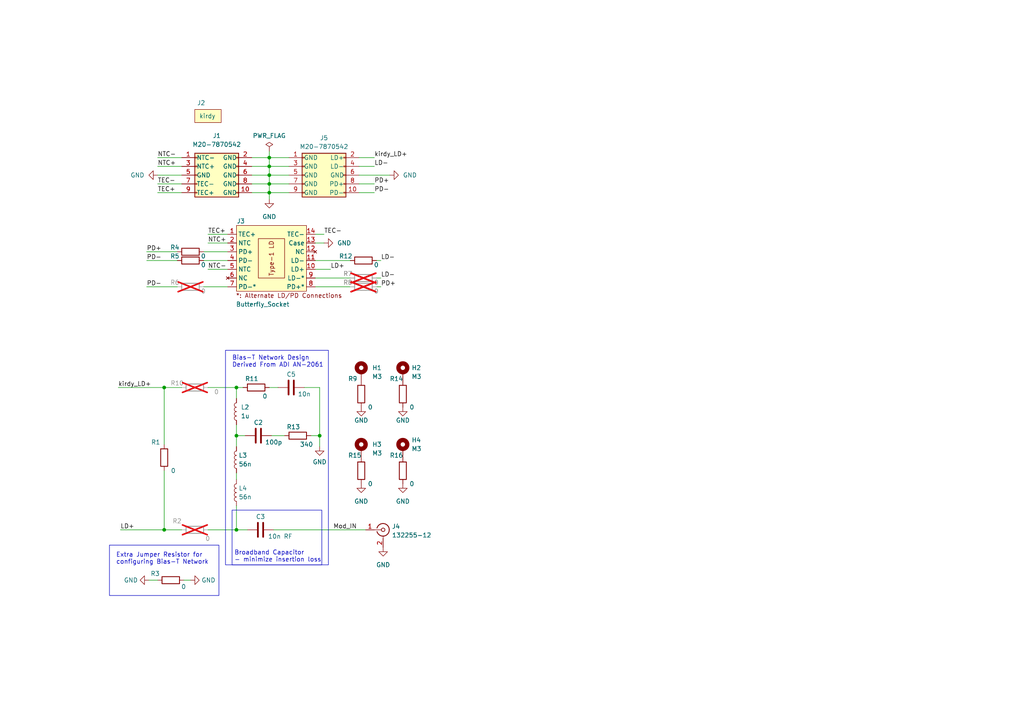
<source format=kicad_sch>
(kicad_sch (version 20230121) (generator eeschema)
  (paper "A4")
  (title_block (title "kirdy_adapter_type_1_LD") (date "2023-11-14") (rev "rev0_1") (company "M-Labs Limited"))
  (lib_symbols
    (symbol "Connector:Conn_Coaxial" (pin_names (offset 1.016) hide)
      (property "Reference" "J" (at 0.254 3.048 0))
      (property "Value" "Conn_Coaxial" (at 2.921 0 90))
      (symbol "Conn_Coaxial_0_1"
        (arc (start -1.778 -0.508) (mid 0.2311 -1.8066) (end 1.778 0) (stroke (width 0.254)))
        (polyline (pts (xy -2.54 0) (xy -0.508 0)))
        (polyline (pts (xy 0 -2.54) (xy 0 -1.778)))
        (circle (center 0 0) (radius 0.508) (stroke (width 0.2032)))
        (arc (start 1.778 0) (mid 0.2099 1.8101) (end -1.778 0.508) (stroke (width 0.254)))
      )
      (symbol "Conn_Coaxial_1_1"
        (pin passive line (at -5.08 0 0) (length 2.54) (name "In") (number "1"))
        (pin passive line (at 0 -5.08 90) (length 2.54) (name "Ext") (number "2"))
      )
    )
    (symbol "Device:C" (pin_numbers hide) (pin_names (offset 0.254))
      (property "Reference" "C" (at 0.635 2.54 0))
      (property "Value" "C" (at 0.635 -2.54 0))
      (symbol "C_0_1"
        (polyline (pts (xy -2.032 -0.762) (xy 2.032 -0.762)) (stroke (width 0.508)))
        (polyline (pts (xy -2.032 0.762) (xy 2.032 0.762)) (stroke (width 0.508)))
      )
      (symbol "C_1_1"
        (pin passive line (at 0 3.81 270) (length 2.794) (name "~") (number "1"))
        (pin passive line (at 0 -3.81 90) (length 2.794) (name "~") (number "2"))
      )
    )
    (symbol "Device:L" (pin_numbers hide) (pin_names (offset 1.016) hide)
      (property "Reference" "L" (at -1.27 0 90))
      (property "Value" "L" (at 1.905 0 90))
      (symbol "L_0_1"
        (arc (start 0 -2.54) (mid 0.6323 -1.905) (end 0 -1.27))
        (arc (start 0 -1.27) (mid 0.6323 -0.635) (end 0 0))
        (arc (start 0 0) (mid 0.6323 0.635) (end 0 1.27))
        (arc (start 0 1.27) (mid 0.6323 1.905) (end 0 2.54))
      )
      (symbol "L_1_1"
        (pin passive line (at 0 3.81 270) (length 1.27) (name "1") (number "1"))
        (pin passive line (at 0 -3.81 90) (length 1.27) (name "2") (number "2"))
      )
    )
    (symbol "Device:R" (pin_numbers hide) (pin_names (offset 0))
      (property "Reference" "R" (at 2.032 0 90))
      (property "Value" "R" (at 0 0 90))
      (symbol "R_0_1"
        (rectangle (start -1.016 -2.54) (end 1.016 2.54) (stroke (width 0.254)))
      )
      (symbol "R_1_1"
        (pin passive line (at 0 3.81 270) (length 1.27) (name "~") (number "1"))
        (pin passive line (at 0 -3.81 90) (length 1.27) (name "~") (number "2"))
      )
    )
    (symbol "Mechanical:MountingHole_Pad" (pin_numbers hide) (pin_names (offset 1.016) hide)
      (property "Reference" "H" (at 0 6.35 0))
      (property "Value" "MountingHole_Pad" (at 0 4.445 0))
      (symbol "MountingHole_Pad_0_1"
        (circle (center 0 1.27) (radius 1.27) (stroke (width 1.27)))
      )
      (symbol "MountingHole_Pad_1_1"
        (pin input line (at 0 -2.54 90) (length 2.54) (name "1") (number "1"))
      )
    )
    (symbol "kirdy_adapter:butterfly_socket_type_1"
      (property "Reference" "J" (at 1.27 1.27 0))
      (property "Value" "Butterfly_Socket" (at 7.62 -22.86 0))
      (symbol "butterfly_socket_type_1_1_1"
        (rectangle (start 0 0) (end 20.32 -19.05) (fill (type background)))
        (rectangle (start 6.35 -3.81) (end 13.97 -15.24))
        (text "*: Alternate LD/PD Connections" (at 15.24 -20.32 0) (effects (font (size 1.27 1.27))))
        (text "Type-1 LD" (at 10.16 -9.525 900) (effects (font (size 1.27 1.27))))
        (pin input line (at -2.54 -2.54 0) (length 2.54) (name "TEC+") (number "1"))
        (pin passive line (at 22.86 -12.7 180) (length 2.54) (name "LD+") (number "10"))
        (pin passive line (at 22.86 -10.16 180) (length 2.54) (name "LD-") (number "11"))
        (pin no_connect line (at 22.86 -7.62 180) (length 2.54) (name "NC") (number "12"))
        (pin passive line (at 22.86 -5.08 180) (length 2.54) (name "Case") (number "13"))
        (pin passive line (at 22.86 -2.54 180) (length 2.54) (name "TEC-") (number "14"))
        (pin input line (at -2.54 -5.08 0) (length 2.54) (name "NTC") (number "2"))
        (pin input line (at -2.54 -7.62 0) (length 2.54) (name "PD+") (number "3"))
        (pin input line (at -2.54 -10.16 0) (length 2.54) (name "PD-") (number "4"))
        (pin input line (at -2.54 -12.7 0) (length 2.54) (name "NTC") (number "5"))
        (pin no_connect line (at -2.54 -15.24 0) (length 2.54) (name "NC") (number "6"))
        (pin passive line (at -2.54 -17.78 0) (length 2.54) (name "PD-*") (number "7"))
        (pin passive line (at 22.86 -17.78 180) (length 2.54) (name "PD+*") (number "8"))
        (pin passive line (at 22.86 -15.24 180) (length 2.54) (name "LD-*") (number "9"))
      )
    )
    (symbol "kirdy_adapter:kirdy_3d_model"
      (property "Reference" "J" (at 1.27 1.27 0))
      (property "Value" "kirdy" (at 3.81 -1.905 0))
      (symbol "kirdy_3d_model_1_1"
        (rectangle (start 0 0) (end 7.62 -3.81) (fill (type background)))
      )
    )
    (symbol "kirdy_adapter:kirdy_socket_1"
      (property "Reference" "J" (at 5.08 2.54 0))
      (property "Value" "M20-7870542" (at 10.16 -12.7 0))
      (symbol "kirdy_socket_1_1_1"
        (rectangle (start 3.81 -10.033) (end 4.445 -10.287) (stroke (width 0.1524)))
        (rectangle (start 3.81 -7.493) (end 4.445 -7.747) (stroke (width 0.1524)))
        (rectangle (start 3.81 -4.953) (end 4.445 -5.207) (stroke (width 0.1524)))
        (rectangle (start 3.81 -2.413) (end 4.445 -2.667) (stroke (width 0.1524)))
        (rectangle (start 3.81 0.127) (end 4.445 -0.127) (stroke (width 0.1524)))
        (rectangle (start 3.81 1.27) (end 16.51 -11.43) (stroke (width 0.254)) (fill (type background)))
        (rectangle (start 15.875 -10.033) (end 16.51 -10.287) (stroke (width 0.1524)))
        (rectangle (start 15.875 -7.493) (end 16.51 -7.747) (stroke (width 0.1524)))
        (rectangle (start 15.875 -4.953) (end 16.51 -5.207) (stroke (width 0.1524)))
        (rectangle (start 15.875 -2.413) (end 16.51 -2.667) (stroke (width 0.1524)))
        (rectangle (start 15.875 0.127) (end 16.51 -0.127) (stroke (width 0.1524)))
        (pin passive line (at 0 0 0) (length 3.81) (name "NTC-") (number "1"))
        (pin passive line (at 20.32 -10.16 180) (length 3.81) (name "GND") (number "10"))
        (pin passive line (at 20.32 0 180) (length 3.81) (name "GND") (number "2"))
        (pin passive line (at 0 -2.54 0) (length 3.81) (name "NTC+") (number "3"))
        (pin passive line (at 20.32 -2.54 180) (length 3.81) (name "GND") (number "4"))
        (pin passive line (at 0 -5.08 0) (length 3.81) (name "GND") (number "5"))
        (pin passive line (at 20.32 -5.08 180) (length 3.81) (name "GND") (number "6"))
        (pin passive line (at 0 -7.62 0) (length 3.81) (name "TEC-") (number "7"))
        (pin passive line (at 20.32 -7.62 180) (length 3.81) (name "GND") (number "8"))
        (pin passive line (at 0 -10.16 0) (length 3.81) (name "TEC+") (number "9"))
      )
    )
    (symbol "kirdy_adapter:kirdy_socket_2"
      (property "Reference" "J" (at 5.08 2.54 0))
      (property "Value" "M20-7870542" (at 10.16 -12.7 0))
      (symbol "kirdy_socket_2_1_1"
        (rectangle (start 3.81 -10.033) (end 4.445 -10.287) (stroke (width 0.1524)))
        (rectangle (start 3.81 -7.493) (end 4.445 -7.747) (stroke (width 0.1524)))
        (rectangle (start 3.81 -4.953) (end 4.445 -5.207) (stroke (width 0.1524)))
        (rectangle (start 3.81 -2.413) (end 4.445 -2.667) (stroke (width 0.1524)))
        (rectangle (start 3.81 0.127) (end 4.445 -0.127) (stroke (width 0.1524)))
        (rectangle (start 3.81 1.27) (end 16.51 -11.43) (stroke (width 0.254)) (fill (type background)))
        (rectangle (start 15.875 -10.033) (end 16.51 -10.287) (stroke (width 0.1524)))
        (rectangle (start 15.875 -7.493) (end 16.51 -7.747) (stroke (width 0.1524)))
        (rectangle (start 15.875 -4.953) (end 16.51 -5.207) (stroke (width 0.1524)))
        (rectangle (start 15.875 -2.413) (end 16.51 -2.667) (stroke (width 0.1524)))
        (rectangle (start 15.875 0.127) (end 16.51 -0.127) (stroke (width 0.1524)))
        (pin passive line (at 0 0 0) (length 3.81) (name "GND") (number "1"))
        (pin passive line (at 20.32 -10.16 180) (length 3.81) (name "PD-") (number "10"))
        (pin passive line (at 20.32 0 180) (length 3.81) (name "LD+") (number "2"))
        (pin passive line (at 0 -2.54 0) (length 3.81) (name "GND") (number "3"))
        (pin passive line (at 20.32 -2.54 180) (length 3.81) (name "LD-") (number "4"))
        (pin passive line (at 0 -5.08 0) (length 3.81) (name "GND") (number "5"))
        (pin passive line (at 20.32 -5.08 180) (length 3.81) (name "GND") (number "6"))
        (pin passive line (at 0 -7.62 0) (length 3.81) (name "GND") (number "7"))
        (pin passive line (at 20.32 -7.62 180) (length 3.81) (name "PD+") (number "8"))
        (pin passive line (at 0 -10.16 0) (length 3.81) (name "GND") (number "9"))
      )
    )
    (symbol "power:GND" (power) (pin_names (offset 0))
      (property "Value" "GND" (at 0 -3.81 0))
      (symbol "GND_0_1"
        (polyline (pts (xy 0 0) (xy 0 -1.27) (xy 1.27 -1.27) (xy 0 -2.54) (xy -1.27 -1.27) (xy 0 -1.27)))
      )
      (symbol "GND_1_1"
        (pin power_in line (at 0 0 270) (length 0) hide (name "GND") (number "1"))
      )
    )
    (symbol "power:PWR_FLAG" (power) (pin_numbers hide) (pin_names (offset 0) hide)
      (property "Value" "PWR_FLAG" (at 0 3.81 0))
      (symbol "PWR_FLAG_0_0"
        (pin power_out line (at 0 0 90) (length 0) (name "pwr") (number "1"))
      )
      (symbol "PWR_FLAG_0_1"
        (polyline (pts (xy 0 0) (xy 0 1.27) (xy -1.016 1.905) (xy 0 2.54) (xy 1.016 1.905) (xy 0 1.27)))
      )
    )
  )
  (junction (at 78.105 48.26))
  (junction (at 78.105 50.8))
  (junction (at 68.58 153.67))
  (junction (at 47.625 112.395))
  (junction (at 78.105 45.72))
  (junction (at 92.71 126.365))
  (junction (at 68.58 112.395))
  (junction (at 68.58 126.365))
  (junction (at 47.625 153.67))
  (junction (at 78.105 55.88))
  (junction (at 78.105 53.34))
  (wire (pts (xy 78.105 55.88) (xy 83.82 55.88)))
  (wire (pts (xy 78.105 55.88) (xy 73.025 55.88)))
  (wire (pts (xy 78.105 48.26) (xy 78.105 50.8)))
  (wire (pts (xy 93.98 70.485) (xy 91.44 70.485)))
  (wire (pts (xy 78.74 126.365) (xy 82.55 126.365)))
  (wire (pts (xy 92.71 126.365) (xy 92.71 129.54)))
  (wire (pts (xy 47.625 112.395) (xy 52.705 112.395)))
  (wire (pts (xy 45.72 48.26) (xy 52.705 48.26)))
  (wire (pts (xy 68.58 123.19) (xy 68.58 126.365)))
  (wire (pts (xy 78.105 50.8) (xy 78.105 53.34)))
  (wire (pts (xy 47.625 153.67) (xy 52.705 153.67)))
  (wire (pts (xy 47.625 128.905) (xy 47.625 112.395)))
  (wire (pts (xy 108.585 45.72) (xy 104.14 45.72)))
  (wire (pts (xy 60.325 67.945) (xy 66.04 67.945)))
  (wire (pts (xy 59.055 73.025) (xy 66.04 73.025)))
  (wire (pts (xy 78.105 48.26) (xy 83.82 48.26)))
  (wire (pts (xy 78.105 45.72) (xy 83.82 45.72)))
  (wire (pts (xy 90.17 126.365) (xy 92.71 126.365)))
  (wire (pts (xy 113.03 50.8) (xy 104.14 50.8)))
  (wire (pts (xy 60.325 70.485) (xy 66.04 70.485)))
  (wire (pts (xy 78.105 45.72) (xy 78.105 48.26)))
  (wire (pts (xy 78.105 57.785) (xy 78.105 55.88)))
  (wire (pts (xy 43.18 168.275) (xy 45.72 168.275)))
  (wire (pts (xy 68.58 153.67) (xy 71.755 153.67)))
  (wire (pts (xy 79.375 153.67) (xy 106.045 153.67)))
  (wire (pts (xy 68.58 137.16) (xy 68.58 139.065)))
  (wire (pts (xy 47.625 136.525) (xy 47.625 153.67)))
  (wire (pts (xy 108.585 53.34) (xy 104.14 53.34)))
  (wire (pts (xy 34.29 112.395) (xy 47.625 112.395)))
  (wire (pts (xy 78.105 43.815) (xy 78.105 45.72)))
  (wire (pts (xy 73.025 50.8) (xy 78.105 50.8)))
  (wire (pts (xy 108.585 55.88) (xy 104.14 55.88)))
  (wire (pts (xy 95.885 78.105) (xy 91.44 78.105)))
  (wire (pts (xy 45.72 53.34) (xy 52.705 53.34)))
  (wire (pts (xy 68.58 146.685) (xy 68.58 153.67)))
  (wire (pts (xy 110.49 75.565) (xy 109.22 75.565)))
  (wire (pts (xy 68.58 112.395) (xy 68.58 115.57)))
  (wire (pts (xy 59.055 83.185) (xy 66.04 83.185)))
  (wire (pts (xy 34.925 153.67) (xy 47.625 153.67)))
  (wire (pts (xy 71.12 126.365) (xy 68.58 126.365)))
  (wire (pts (xy 55.245 168.275) (xy 53.34 168.275)))
  (wire (pts (xy 68.58 112.395) (xy 70.485 112.395)))
  (wire (pts (xy 45.72 50.8) (xy 52.705 50.8)))
  (wire (pts (xy 108.585 48.26) (xy 104.14 48.26)))
  (wire (pts (xy 42.545 75.565) (xy 51.435 75.565)))
  (wire (pts (xy 68.58 126.365) (xy 68.58 129.54)))
  (wire (pts (xy 73.025 45.72) (xy 78.105 45.72)))
  (wire (pts (xy 59.055 75.565) (xy 66.04 75.565)))
  (wire (pts (xy 78.105 112.395) (xy 80.645 112.395)))
  (wire (pts (xy 93.98 67.945) (xy 91.44 67.945)))
  (wire (pts (xy 110.49 83.185) (xy 109.22 83.185)))
  (wire (pts (xy 42.545 83.185) (xy 51.435 83.185)))
  (wire (pts (xy 60.325 78.105) (xy 66.04 78.105)))
  (wire (pts (xy 52.705 45.72) (xy 45.72 45.72)))
  (wire (pts (xy 73.025 53.34) (xy 78.105 53.34)))
  (wire (pts (xy 42.545 73.025) (xy 51.435 73.025)))
  (wire (pts (xy 60.325 153.67) (xy 68.58 153.67)))
  (wire (pts (xy 101.6 80.645) (xy 91.44 80.645)))
  (wire (pts (xy 45.72 55.88) (xy 52.705 55.88)))
  (wire (pts (xy 101.6 83.185) (xy 91.44 83.185)))
  (wire (pts (xy 78.105 53.34) (xy 83.82 53.34)))
  (wire (pts (xy 92.71 112.395) (xy 92.71 126.365)))
  (wire (pts (xy 60.325 112.395) (xy 68.58 112.395)))
  (wire (pts (xy 88.265 112.395) (xy 92.71 112.395)))
  (wire (pts (xy 78.105 50.8) (xy 83.82 50.8)))
  (wire (pts (xy 110.49 80.645) (xy 109.22 80.645)))
  (wire (pts (xy 91.44 75.565) (xy 101.6 75.565)))
  (wire (pts (xy 73.025 48.26) (xy 78.105 48.26)))
  (wire (pts (xy 78.105 53.34) (xy 78.105 55.88)))
  (rectangle (start 67.31 147.955) (end 93.345 163.83))
  (rectangle (start 31.75 158.115) (end 63.5 172.72))
  (rectangle (start 65.405 101.6) (end 95.25 163.83))
  (text "Broadband Capacitor\n- minimize insertion loss" (at 67.945 163.195 0) (effects (font (size 1.27 1.27)) (justify left bottom)))
  (text "Extra Jumper Resistor for\nconfiguring Bias-T Network" (at 33.655 163.83 0) (effects (font (size 1.27 1.27)) (justify left bottom)))
  (text "Bias-T Network Design\nDerived From ADI AN-2061" (at 67.31 106.68 0) (effects (font (size 1.27 1.27)) (justify left bottom)))
  (label "Mod_IN" (at 103.505 153.67 180))
  (label "LD+" (at 34.925 153.67 0))
  (label "NTC-" (at 60.325 78.105 0))
  (label "TEC+" (at 45.72 55.88 0))
  (label "PD+" (at 108.585 53.34 0))
  (label "TEC-" (at 45.72 53.34 0))
  (label "PD-" (at 42.545 75.565 0))
  (label "PD-" (at 42.545 83.185 0))
  (label "TEC+" (at 60.325 67.945 0))
  (label "NTC+" (at 45.72 48.26 0))
  (label "LD+" (at 95.885 78.105 0))
  (label "PD+" (at 42.545 73.025 0))
  (label "PD-" (at 108.585 55.88 0))
  (label "kirdy_LD+" (at 108.585 45.72 0))
  (label "NTC-" (at 45.72 45.72 0))
  (label "NTC+" (at 60.325 70.485 0))
  (label "LD-" (at 108.585 48.26 0))
  (label "TEC-" (at 93.98 67.945 0))
  (label "kirdy_LD+" (at 34.29 112.395 0))
  (label "LD-" (at 110.49 80.645 0))
  (label "LD-" (at 110.49 75.565 0))
  (label "PD+" (at 110.49 83.185 0))
  (symbol (lib_id "power:GND") (at 116.84 140.335 0) (unit 1)
    (property "Reference" "#PWR010" (effects hide))
    (property "Value" "GND" (at 116.84 145.415 0))
  )
  (symbol (lib_id "Device:R") (at 49.53 168.275 90) (unit 1)
    (property "Reference" "R3" (at 46.355 166.37 90) (effects (justify left)))
    (property "Value" "0" (at 53.975 170.18 90) (effects (justify left)))
    (property "Footprint" "Resistor_SMD:R_0805_2012Metric" (effects hide))
    (property "MFR_PN" "RCA08050000ZSEA" (effects hide))
  )
  (symbol (lib_id "Device:R") (at 55.245 83.185 90) (unit 1) (dnp yes)
    (property "Reference" "R6" (at 52.07 81.915 90) (effects (justify left)))
    (property "Value" "0" (at 59.69 84.455 90) (effects (justify left)))
    (property "Footprint" "Resistor_SMD:R_0805_2012Metric" (effects hide))
    (property "MFR_PN" "RCA08050000ZSEA" (effects hide))
  )
  (symbol (lib_id "Device:L") (at 68.58 142.875 180) (unit 1)
    (property "Reference" "L4" (at 69.215 141.605 0) (effects (justify right)))
    (property "Value" "56n" (at 69.215 144.145 0) (effects (justify right)))
    (property "Footprint" "Inductor_SMD:L_0402_1005Metric" (effects hide))
    (property "MFR_PN" "0402DF-560XJRW" (effects hide))
  )
  (symbol (lib_id "Device:R") (at 116.84 136.525 0) (unit 1)
    (property "Reference" "R16" (at 113.03 132.08 0) (effects (justify left)))
    (property "Value" "0" (at 118.745 140.335 0) (effects (justify left)))
    (property "Footprint" "Resistor_SMD:R_0805_2012Metric" (effects hide))
    (property "MFR_PN" "RCA08050000ZSEA" (effects hide))
  )
  (symbol (lib_id "power:GND") (at 93.98 70.485 90) (mirror x) (unit 1)
    (property "Reference" "#PWR04" (effects hide))
    (property "Value" "GND" (at 97.79 70.485 90) (effects (justify right)))
  )
  (symbol (lib_id "Device:L") (at 68.58 133.35 180) (unit 1)
    (property "Reference" "L3" (at 69.215 132.08 0) (effects (justify right)))
    (property "Value" "56n" (at 69.215 134.62 0) (effects (justify right)))
    (property "Footprint" "Inductor_SMD:L_0402_1005Metric" (effects hide))
    (property "MFR_PN" "0402DF-560XJRW" (effects hide))
  )
  (symbol (lib_id "Device:R") (at 104.775 114.3 0) (unit 1)
    (property "Reference" "R9" (at 100.965 109.855 0) (effects (justify left)))
    (property "Value" "0" (at 106.68 118.11 0) (effects (justify left)))
    (property "Footprint" "Resistor_SMD:R_0805_2012Metric" (effects hide))
    (property "MFR_PN" "RCA08050000ZSEA" (effects hide))
  )
  (symbol (lib_id "Mechanical:MountingHole_Pad") (at 116.84 107.95 0) (unit 1)
    (property "Reference" "H2" (at 119.38 106.68 0) (effects (justify left)))
    (property "Value" "M3" (at 119.38 109.22 0) (effects (justify left)))
    (property "Footprint" "laserSocket:78614110360_Receptacle" (effects hide))
  )
  (symbol (lib_id "Device:C") (at 84.455 112.395 90) (unit 1)
    (property "Reference" "C5" (at 84.455 108.585 90))
    (property "Value" "10n" (at 88.265 114.3 90))
    (property "Footprint" "Capacitor_SMD:C_0402_1005Metric" (effects hide))
    (property "MFR_PN" "C1005X7S2A103K050BB" (effects hide))
  )
  (symbol (lib_id "kirdy_adapter:kirdy_3d_model") (at 56.515 31.75 0) (unit 1)
    (property "Reference" "J2" (at 57.15 29.845 0) (effects (justify left)))
    (property "Value" "kirdy" (at 57.785 33.655 0) (effects (justify left)))
    (property "Footprint" "laserSocket:kirdy_socket" (effects hide))
    (property "MFR_PN" "kirdy" (effects hide))
  )
  (symbol (lib_id "Device:R") (at 56.515 112.395 90) (unit 1) (dnp yes)
    (property "Reference" "R10" (at 53.34 111.125 90) (effects (justify left)))
    (property "Value" "0" (at 63.5 113.665 90) (effects (justify left)))
    (property "Footprint" "Resistor_SMD:R_0805_2012Metric" (effects hide))
    (property "MFR_PN" "RCA08050000ZSEA" (effects hide))
  )
  (symbol (lib_id "Device:R") (at 47.625 132.715 0) (unit 1)
    (property "Reference" "R1" (at 43.815 128.27 0) (effects (justify left)))
    (property "Value" "0" (at 49.53 136.525 0) (effects (justify left)))
    (property "Footprint" "Resistor_SMD:R_0805_2012Metric" (effects hide))
    (property "MFR_PN" "RCA08050000ZSEA" (effects hide))
  )
  (symbol (lib_id "power:GND") (at 92.71 129.54 0) (unit 1)
    (property "Reference" "#PWR06" (effects hide))
    (property "Value" "GND" (at 92.71 133.985 0))
  )
  (symbol (lib_id "power:GND") (at 104.775 118.11 0) (unit 1)
    (property "Reference" "#PWR012" (effects hide))
    (property "Value" "GND" (at 104.775 121.92 0))
  )
  (symbol (lib_id "kirdy_adapter:butterfly_socket_type_1") (at 68.58 65.405 0) (unit 1)
    (property "Reference" "J3" (at 69.85 64.135 0))
    (property "Value" "Butterfly_Socket" (at 76.2 88.265 0))
    (property "Footprint" "laserSocket:Butterfly_Socket" (effects hide))
    (property "Datasheet" "https://m.tb.cn/h.5QDXYK1?tk=wr4mW3e8DlQ" (effects hide))
    (property "MFR_PN" "https://m.tb.cn/h.5QDXYK1?tk=wr4mW3e8DlQ" (effects hide))
    (property "MFR_PN_ALT" "Open on Mobile Version of Taobao. Communuicate with the vendor for customized part." (effects hide))
  )
  (symbol (lib_id "kirdy_adapter:kirdy_socket_1") (at 52.705 45.72 0) (unit 1)
    (property "Reference" "J1" (at 62.865 39.37 0))
    (property "Value" "M20-7870542" (at 62.865 41.91 0))
    (property "Footprint" "laserSocket:M20-7870542" (effects hide))
    (property "MFR_PN" "M20-7870542" (effects hide))
  )
  (symbol (lib_id "power:GND") (at 43.18 168.275 270) (unit 1)
    (property "Reference" "#PWR08" (effects hide))
    (property "Value" "GND" (at 40.005 168.275 90) (effects (justify right)))
  )
  (symbol (lib_id "Device:R") (at 86.36 126.365 90) (unit 1)
    (property "Reference" "R13" (at 85.09 123.825 90))
    (property "Value" "340" (at 88.9 128.905 90))
    (property "Footprint" "Resistor_SMD:R_0402_1005Metric" (effects hide))
    (property "MFR_PN" "ERA-2AEB3400X " (effects hide))
  )
  (symbol (lib_id "power:GND") (at 55.245 168.275 90) (unit 1)
    (property "Reference" "#PWR07" (effects hide))
    (property "Value" "GND" (at 58.42 168.275 90) (effects (justify right)))
  )
  (symbol (lib_id "Device:R") (at 116.84 114.3 0) (unit 1)
    (property "Reference" "R14" (at 113.03 109.855 0) (effects (justify left)))
    (property "Value" "0" (at 118.745 118.11 0) (effects (justify left)))
    (property "Footprint" "Resistor_SMD:R_0805_2012Metric" (effects hide))
    (property "MFR_PN" "RCA08050000ZSEA" (effects hide))
  )
  (symbol (lib_id "power:GND") (at 113.03 50.8 90) (unit 1)
    (property "Reference" "#PWR05" (effects hide))
    (property "Value" "GND" (at 116.84 50.8 90) (effects (justify right)))
  )
  (symbol (lib_id "Device:C") (at 74.93 126.365 90) (unit 1)
    (property "Reference" "C2" (at 74.93 122.555 90))
    (property "Value" "100p" (at 79.375 128.27 90))
    (property "Footprint" "Capacitor_SMD:C_0402_1005Metric" (effects hide))
    (property "MFR_PN" "CC0402JRNPO9BN101" (effects hide))
  )
  (symbol (lib_id "kirdy_adapter:kirdy_socket_2") (at 83.82 45.72 0) (unit 1)
    (property "Reference" "J5" (at 93.98 40.005 0))
    (property "Value" "M20-7870542" (at 93.98 42.545 0))
    (property "Footprint" "laserSocket:M20-7870542" (effects hide))
    (property "MFR_PN" "M20-7870542" (effects hide))
  )
  (symbol (lib_id "power:GND") (at 78.105 57.785 0) (unit 1)
    (property "Reference" "#PWR03" (effects hide))
    (property "Value" "GND" (at 78.105 62.865 0))
  )
  (symbol (lib_id "power:GND") (at 111.125 158.75 0) (unit 1)
    (property "Reference" "#PWR02" (effects hide))
    (property "Value" "GND" (at 111.125 163.83 0))
  )
  (symbol (lib_id "power:GND") (at 104.775 140.335 0) (unit 1)
    (property "Reference" "#PWR09" (effects hide))
    (property "Value" "GND" (at 104.775 145.415 0))
  )
  (symbol (lib_id "Mechanical:MountingHole_Pad") (at 104.775 107.95 0) (unit 1)
    (property "Reference" "H1" (at 107.95 106.68 0) (effects (justify left)))
    (property "Value" "M3" (at 107.95 109.22 0) (effects (justify left)))
    (property "Footprint" "laserSocket:78614110360_Receptacle" (effects hide))
  )
  (symbol (lib_id "power:GND") (at 45.72 50.8 270) (unit 1)
    (property "Reference" "#PWR01" (effects hide))
    (property "Value" "GND" (at 41.91 50.8 90) (effects (justify right)))
  )
  (symbol (lib_id "Device:C") (at 75.565 153.67 90) (unit 1)
    (property "Reference" "C3" (at 75.565 149.86 90))
    (property "Value" "10n RF" (at 81.28 155.575 90))
    (property "Footprint" "Capacitor_SMD:C_0402_1005Metric" (effects hide))
    (property "MFR_PN" "520L103KT16T" (effects hide))
  )
  (symbol (lib_id "Device:R") (at 105.41 80.645 90) (unit 1) (dnp yes)
    (property "Reference" "R7" (at 102.235 79.375 90) (effects (justify left)))
    (property "Value" "0" (at 109.855 81.915 90) (effects (justify left)))
    (property "Footprint" "Resistor_SMD:R_0805_2012Metric" (effects hide))
    (property "MFR_PN" "RCA08050000ZSEA" (effects hide))
  )
  (symbol (lib_id "Device:R") (at 105.41 83.185 90) (unit 1) (dnp yes)
    (property "Reference" "R8" (at 102.235 81.915 90) (effects (justify left)))
    (property "Value" "0" (at 109.855 84.455 90) (effects (justify left)))
    (property "Footprint" "Resistor_SMD:R_0805_2012Metric" (effects hide))
    (property "MFR_PN" "RCA08050000ZSEA" (effects hide))
  )
  (symbol (lib_id "Mechanical:MountingHole_Pad") (at 104.775 130.175 0) (unit 1)
    (property "Reference" "H3" (at 107.95 128.905 0) (effects (justify left)))
    (property "Value" "M3" (at 107.95 131.445 0) (effects (justify left)))
    (property "Footprint" "laserSocket:78614110360_Receptacle" (effects hide))
  )
  (symbol (lib_id "Device:R") (at 55.245 73.025 90) (unit 1)
    (property "Reference" "R4" (at 52.07 71.755 90) (effects (justify left)))
    (property "Value" "0" (at 59.69 74.295 90) (effects (justify left)))
    (property "Footprint" "Resistor_SMD:R_0805_2012Metric" (effects hide))
    (property "MFR_PN" "RCA08050000ZSEA" (effects hide))
  )
  (symbol (lib_id "Mechanical:MountingHole_Pad") (at 116.84 130.175 0) (unit 1)
    (property "Reference" "H4" (at 119.38 127.635 0) (effects (justify left)))
    (property "Value" "M3" (at 119.38 130.175 0) (effects (justify left)))
    (property "Footprint" "laserSocket:78614110360_Receptacle" (effects hide))
  )
  (symbol (lib_id "Device:L") (at 68.58 119.38 180) (unit 1)
    (property "Reference" "L2" (at 69.85 118.11 0) (effects (justify right)))
    (property "Value" "1u" (at 69.85 120.65 0) (effects (justify right)))
    (property "Footprint" "Inductor_SMD:L_0805_2012Metric" (effects hide))
    (property "MFR_PN" "0805LS-102XJRC" (effects hide))
  )
  (symbol (lib_id "Device:R") (at 56.515 153.67 90) (unit 1) (dnp yes)
    (property "Reference" "R2" (at 52.705 151.13 90) (effects (justify left)))
    (property "Value" "0" (at 60.96 156.21 90) (effects (justify left)))
    (property "Footprint" "Resistor_SMD:R_0805_2012Metric" (effects hide))
    (property "MFR_PN" "RCA08050000ZSEA" (effects hide))
  )
  (symbol (lib_id "Device:R") (at 55.245 75.565 90) (unit 1)
    (property "Reference" "R5" (at 52.07 74.295 90) (effects (justify left)))
    (property "Value" "0" (at 59.69 76.835 90) (effects (justify left)))
    (property "Footprint" "Resistor_SMD:R_0805_2012Metric" (effects hide))
    (property "MFR_PN" "RCA08050000ZSEA" (effects hide))
  )
  (symbol (lib_id "power:PWR_FLAG") (at 78.105 43.815 0) (unit 1)
    (property "Reference" "#FLG01" (effects hide))
    (property "Value" "PWR_FLAG" (at 78.105 39.37 0))
  )
  (symbol (lib_id "Device:R") (at 74.295 112.395 90) (unit 1)
    (property "Reference" "R11" (at 73.025 109.855 90))
    (property "Value" "0" (at 76.835 114.935 90))
    (property "Footprint" "Resistor_SMD:R_0402_1005Metric" (effects hide))
    (property "MFR_PN" "ERJ-2GE0R00X " (effects hide))
  )
  (symbol (lib_id "power:GND") (at 116.84 118.11 0) (unit 1)
    (property "Reference" "#PWR011" (effects hide))
    (property "Value" "GND" (at 116.84 121.92 0))
  )
  (symbol (lib_id "Connector:Conn_Coaxial") (at 111.125 153.67 0) (unit 1)
    (property "Reference" "J4" (at 113.665 152.6931 0) (effects (justify left)))
    (property "Value" "132255-12" (at 113.665 155.2331 0) (effects (justify left)))
    (property "Footprint" "Connector_Coaxial:SMA_Amphenol_132289_EdgeMount" (effects hide))
    (property "Datasheet" " ~" (effects hide))
    (property "MFR_PN" "132255-12" (effects hide))
    (property "Comment" "Alternate Part should check max board thickness supported and should have similar or minimum length" (effects hide))
  )
  (symbol (lib_id "Device:R") (at 104.775 136.525 0) (unit 1)
    (property "Reference" "R15" (at 100.965 132.08 0) (effects (justify left)))
    (property "Value" "0" (at 106.68 140.335 0) (effects (justify left)))
    (property "Footprint" "Resistor_SMD:R_0805_2012Metric" (effects hide))
    (property "MFR_PN" "RCA08050000ZSEA" (effects hide))
  )
  (symbol (lib_id "Device:R") (at 105.41 75.565 90) (unit 1)
    (property "Reference" "R12" (at 102.235 74.295 90) (effects (justify left)))
    (property "Value" "0" (at 109.855 76.835 90) (effects (justify left)))
    (property "Footprint" "Resistor_SMD:R_0805_2012Metric" (effects hide))
    (property "MFR_PN" "RCA08050000ZSEA" (effects hide))
  )
)
</source>
